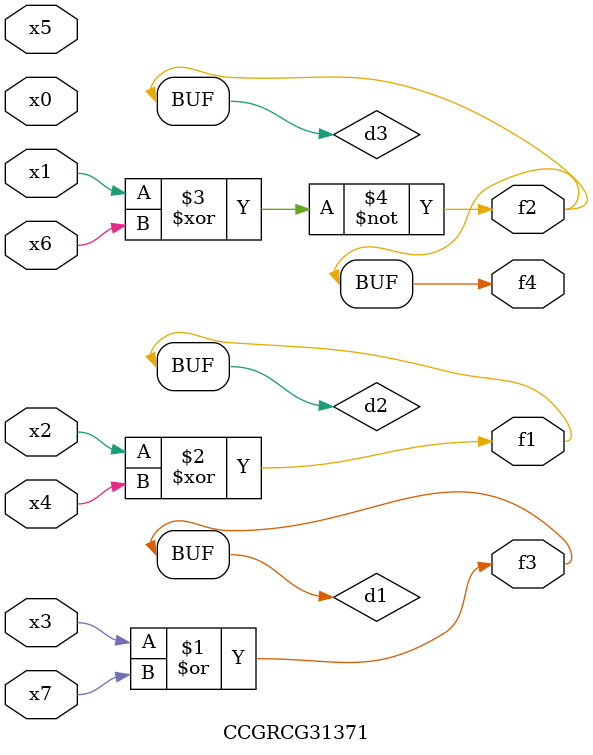
<source format=v>
module CCGRCG31371(
	input x0, x1, x2, x3, x4, x5, x6, x7,
	output f1, f2, f3, f4
);

	wire d1, d2, d3;

	or (d1, x3, x7);
	xor (d2, x2, x4);
	xnor (d3, x1, x6);
	assign f1 = d2;
	assign f2 = d3;
	assign f3 = d1;
	assign f4 = d3;
endmodule

</source>
